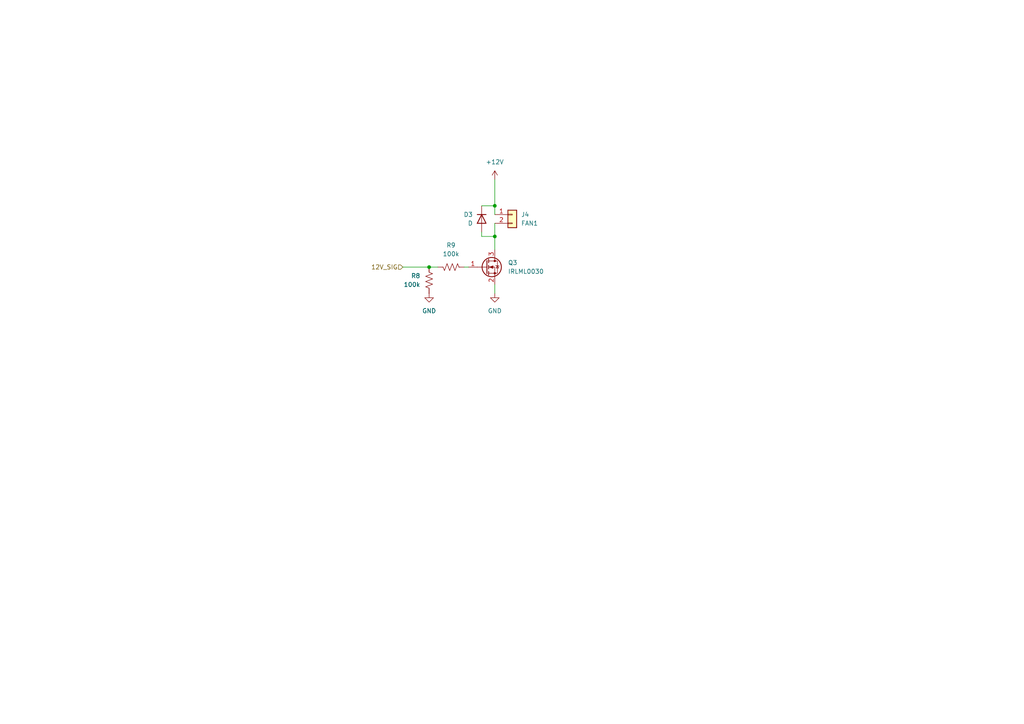
<source format=kicad_sch>
(kicad_sch (version 20231120) (generator "eeschema") (generator_version "8.0")
  (paper "A4")
  (lib_symbols
    (symbol "Connector_Generic:Conn_01x02" (pin_names (offset 1.016) hide)
      (property "Reference" "J" (at 0 2.54 0))
      (property "Value" "Conn_01x02" (at 0 -5.08 0))
      (symbol "Conn_01x02_1_1"
        (rectangle (start -1.27 -2.413) (end 0 -2.667) (stroke (width 0.1524)))
        (rectangle (start -1.27 0.127) (end 0 -0.127) (stroke (width 0.1524)))
        (rectangle (start -1.27 1.27) (end 1.27 -3.81) (stroke (width 0.254)) (fill (type background)))
        (pin passive line (at -5.08 0 0) (length 3.81) (name "Pin_1") (number "1"))
        (pin passive line (at -5.08 -2.54 0) (length 3.81) (name "Pin_2") (number "2"))
      )
    )
    (symbol "Device:D" (pin_numbers hide) (pin_names (offset 1.016) hide)
      (property "Reference" "D" (at 0 2.54 0))
      (property "Value" "D" (at 0 -2.54 0))
      (symbol "D_0_1"
        (polyline (pts (xy -1.27 1.27) (xy -1.27 -1.27)) (stroke (width 0.254)))
        (polyline (pts (xy 1.27 0) (xy -1.27 0)))
        (polyline (pts (xy 1.27 1.27) (xy 1.27 -1.27) (xy -1.27 0) (xy 1.27 1.27)) (stroke (width 0.254)))
      )
      (symbol "D_1_1"
        (pin passive line (at -3.81 0 0) (length 2.54) (name "K") (number "1"))
        (pin passive line (at 3.81 0 180) (length 2.54) (name "A") (number "2"))
      )
    )
    (symbol "Device:R_US" (pin_numbers hide) (pin_names (offset 0))
      (property "Reference" "R" (at 2.54 0 90))
      (property "Value" "R_US" (at -2.54 0 90))
      (symbol "R_US_0_1"
        (polyline (pts (xy 0 -2.286) (xy 0 -2.54)))
        (polyline (pts (xy 0 2.286) (xy 0 2.54)))
        (polyline (pts (xy 0 -0.762) (xy 1.016 -1.143) (xy 0 -1.524) (xy -1.016 -1.905) (xy 0 -2.286)))
        (polyline (pts (xy 0 0.762) (xy 1.016 0.381) (xy 0 0) (xy -1.016 -0.381) (xy 0 -0.762)))
        (polyline (pts (xy 0 2.286) (xy 1.016 1.905) (xy 0 1.524) (xy -1.016 1.143) (xy 0 0.762)))
      )
      (symbol "R_US_1_1"
        (pin passive line (at 0 3.81 270) (length 1.27) (name "~") (number "1"))
        (pin passive line (at 0 -3.81 90) (length 1.27) (name "~") (number "2"))
      )
    )
    (symbol "Transistor_FET:IRLML0030" (pin_names hide)
      (property "Reference" "Q" (at 5.08 1.905 0))
      (property "Value" "IRLML0030" (at 5.08 0 0))
      (symbol "IRLML0030_0_1"
        (polyline (pts (xy 0.254 0) (xy -2.54 0)))
        (polyline (pts (xy 0.254 1.905) (xy 0.254 -1.905)) (stroke (width 0.254)))
        (polyline (pts (xy 0.762 -1.27) (xy 0.762 -2.286)) (stroke (width 0.254)))
        (polyline (pts (xy 0.762 0.508) (xy 0.762 -0.508)) (stroke (width 0.254)))
        (polyline (pts (xy 0.762 2.286) (xy 0.762 1.27)) (stroke (width 0.254)))
        (polyline (pts (xy 2.54 2.54) (xy 2.54 1.778)))
        (polyline (pts (xy 2.54 -2.54) (xy 2.54 0) (xy 0.762 0)))
        (polyline (pts (xy 0.762 -1.778) (xy 3.302 -1.778) (xy 3.302 1.778) (xy 0.762 1.778)))
        (polyline (pts (xy 1.016 0) (xy 2.032 0.381) (xy 2.032 -0.381) (xy 1.016 0)) (fill (type outline)))
        (polyline (pts (xy 2.794 0.508) (xy 2.921 0.381) (xy 3.683 0.381) (xy 3.81 0.254)))
        (polyline (pts (xy 3.302 0.381) (xy 2.921 -0.254) (xy 3.683 -0.254) (xy 3.302 0.381)))
        (circle (center 1.651 0) (radius 2.794) (stroke (width 0.254)))
        (circle (center 2.54 -1.778) (radius 0.254) (fill (type outline)))
        (circle (center 2.54 1.778) (radius 0.254) (fill (type outline)))
      )
      (symbol "IRLML0030_1_1"
        (pin input line (at -5.08 0 0) (length 2.54) (name "G") (number "1"))
        (pin passive line (at 2.54 -5.08 90) (length 2.54) (name "S") (number "2"))
        (pin passive line (at 2.54 5.08 270) (length 2.54) (name "D") (number "3"))
      )
    )
    (symbol "power:+12V" (power) (pin_numbers hide) (pin_names (offset 0) hide)
      (property "Value" "+12V" (at 0 3.556 0))
      (symbol "+12V_0_1"
        (polyline (pts (xy -0.762 1.27) (xy 0 2.54)))
        (polyline (pts (xy 0 0) (xy 0 2.54)))
        (polyline (pts (xy 0 2.54) (xy 0.762 1.27)))
      )
      (symbol "+12V_1_1"
        (pin power_in line (at 0 0 90) (length 0) (name "~") (number "1"))
      )
    )
    (symbol "power:GND" (power) (pin_numbers hide) (pin_names (offset 0) hide)
      (property "Value" "GND" (at 0 -3.81 0))
      (symbol "GND_0_1"
        (polyline (pts (xy 0 0) (xy 0 -1.27) (xy 1.27 -1.27) (xy 0 -2.54) (xy -1.27 -1.27) (xy 0 -1.27)))
      )
      (symbol "GND_1_1"
        (pin power_in line (at 0 0 270) (length 0) (name "~") (number "1"))
      )
    )
  )
  (junction (at 124.46 77.47))
  (junction (at 143.51 68.58))
  (junction (at 143.51 59.69))
  (wire (pts (xy 116.84 77.47) (xy 124.46 77.47)))
  (wire (pts (xy 143.51 68.58) (xy 143.51 72.39)))
  (wire (pts (xy 143.51 59.69) (xy 143.51 62.23)))
  (wire (pts (xy 134.62 77.47) (xy 135.89 77.47)))
  (wire (pts (xy 139.7 68.58) (xy 143.51 68.58)))
  (wire (pts (xy 139.7 59.69) (xy 143.51 59.69)))
  (wire (pts (xy 143.51 82.55) (xy 143.51 85.09)))
  (wire (pts (xy 143.51 52.07) (xy 143.51 59.69)))
  (wire (pts (xy 139.7 67.31) (xy 139.7 68.58)))
  (wire (pts (xy 124.46 77.47) (xy 127 77.47)))
  (wire (pts (xy 143.51 64.77) (xy 143.51 68.58)))
  (hierarchical_label "12V_SIG" (shape input) (at 116.84 77.47 180))
  (symbol (lib_id "power:GND") (at 143.51 85.09 0) (unit 1)
    (property "Reference" "#PWR018" (effects (hide yes)))
    (property "Value" "GND" (at 143.51 90.17 0))
    (property "Description" "Power symbol creates a global label with name \"GND\" , ground" (effects (hide yes)))
    (instances (project "FanBoardPCB" (path "" (reference "#PWR018") (unit 1)) (path "" (reference "#PWR0101") (unit 1)) (path "" (reference "#PWR015") (unit 1)) (path "" (reference "#PWR012") (unit 1))))
  )
  (symbol (lib_id "Device:D") (at 139.7 63.5 90) (mirror x) (unit 1)
    (property "Reference" "D3" (at 137.16 62.2299 90) (effects (justify left)))
    (property "Value" "D" (at 137.16 64.7699 90) (effects (justify left)))
    (property "Footprint" "Diode_SMD:D_0805_2012Metric" (effects (hide yes)))
    (property "Description" "Diode" (effects (hide yes)))
    (property "Sim.Device" "D" (effects (hide yes)))
    (property "Sim.Pins" "1=K 2=A" (effects (hide yes)))
    (instances (project "FanBoardPCB" (path "" (reference "D3") (unit 1)) (path "" (reference "D5") (unit 1)) (path "" (reference "D2") (unit 1)) (path "" (reference "D1") (unit 1))))
  )
  (symbol (lib_id "Device:R_US") (at 130.81 77.47 90) (mirror x) (unit 1)
    (property "Reference" "R9" (at 130.81 71.12 90))
    (property "Value" "100k" (at 130.81 73.66 90))
    (property "Footprint" "Resistor_SMD:R_0805_2012Metric" (effects (hide yes)))
    (property "Description" "Resistor, US symbol" (effects (hide yes)))
    (instances (project "FanBoardPCB" (path "" (reference "R9") (unit 1)) (path "" (reference "R3") (unit 1)) (path "" (reference "R7") (unit 1)) (path "" (reference "R5") (unit 1))))
  )
  (symbol (lib_id "power:+12V") (at 143.51 52.07 0) (unit 1)
    (property "Reference" "#PWR017" (effects (hide yes)))
    (property "Value" "+12V" (at 143.51 46.99 0))
    (property "Description" "Power symbol creates a global label with name \"+12V\"" (effects (hide yes)))
    (instances (project "FanBoardPCB" (path "" (reference "#PWR017") (unit 1)) (path "" (reference "#PWR020") (unit 1)) (path "" (reference "#PWR014") (unit 1)) (path "" (reference "#PWR010") (unit 1))))
  )
  (symbol (lib_id "power:GND") (at 124.46 85.09 0) (unit 1)
    (property "Reference" "#PWR016" (effects (hide yes)))
    (property "Value" "GND" (at 124.46 90.17 0))
    (property "Description" "Power symbol creates a global label with name \"GND\" , ground" (effects (hide yes)))
    (instances (project "FanBoardPCB" (path "" (reference "#PWR016") (unit 1)) (path "" (reference "#PWR019") (unit 1)) (path "" (reference "#PWR013") (unit 1)) (path "" (reference "#PWR09") (unit 1))))
  )
  (symbol (lib_id "Device:R_US") (at 124.46 81.28 0) (unit 1)
    (property "Reference" "R8" (at 121.92 80.0099 0) (effects (justify right)))
    (property "Value" "100k" (at 121.92 82.5499 0) (effects (justify right)))
    (property "Footprint" "Resistor_SMD:R_0805_2012Metric" (effects (hide yes)))
    (property "Description" "Resistor, US symbol" (effects (hide yes)))
    (instances (project "FanBoardPCB" (path "" (reference "R8") (unit 1)) (path "" (reference "R2") (unit 1)) (path "" (reference "R6") (unit 1)) (path "" (reference "R4") (unit 1))))
  )
  (symbol (lib_id "Connector_Generic:Conn_01x02") (at 148.59 62.23 0) (unit 1)
    (property "Reference" "J4" (at 151.13 62.2299 0) (effects (justify left)))
    (property "Value" "FAN1" (at 151.13 64.7699 0) (effects (justify left)))
    (property "Footprint" "UTSVT_Connectors:Molex_MicroFit3.0_1x2xP3.00mm_PolarizingPeg_Vertical" (effects (hide yes)))
    (property "Description" "Generic connector, single row, 01x02, script generated (kicad-library-utils/schlib/autogen/connector/)" (effects (hide yes)))
    (instances (project "FanBoardPCB" (path "" (reference "J4") (unit 1)) (path "" (reference "J6") (unit 1)) (path "" (reference "J3") (unit 1)) (path "" (reference "J2") (unit 1))))
  )
  (symbol (lib_id "Transistor_FET:IRLML0030") (at 140.97 77.47 0) (unit 1)
    (property "Reference" "Q3" (at 147.32 76.1999 0) (effects (justify left)))
    (property "Value" "IRLML0030" (at 147.32 78.7399 0) (effects (justify left)))
    (property "Footprint" "Package_TO_SOT_SMD:SOT-23" (effects (hide yes)))
    (property "Datasheet" "https://www.infineon.com/dgdl/irlml0030pbf.pdf?fileId=5546d462533600a401535664773825df" (effects (hide yes)))
    (property "Description" "5.3A Id, 30V Vds, 27mOhm Rds, N-Channel HEXFET Power MOSFET, SOT-23" (effects (hide yes)))
    (instances (project "FanBoardPCB" (path "" (reference "Q3") (unit 1)) (path "" (reference "Q5") (unit 1)) (path "" (reference "Q2") (unit 1)) (path "" (reference "Q1") (unit 1))))
  )
)
</source>
